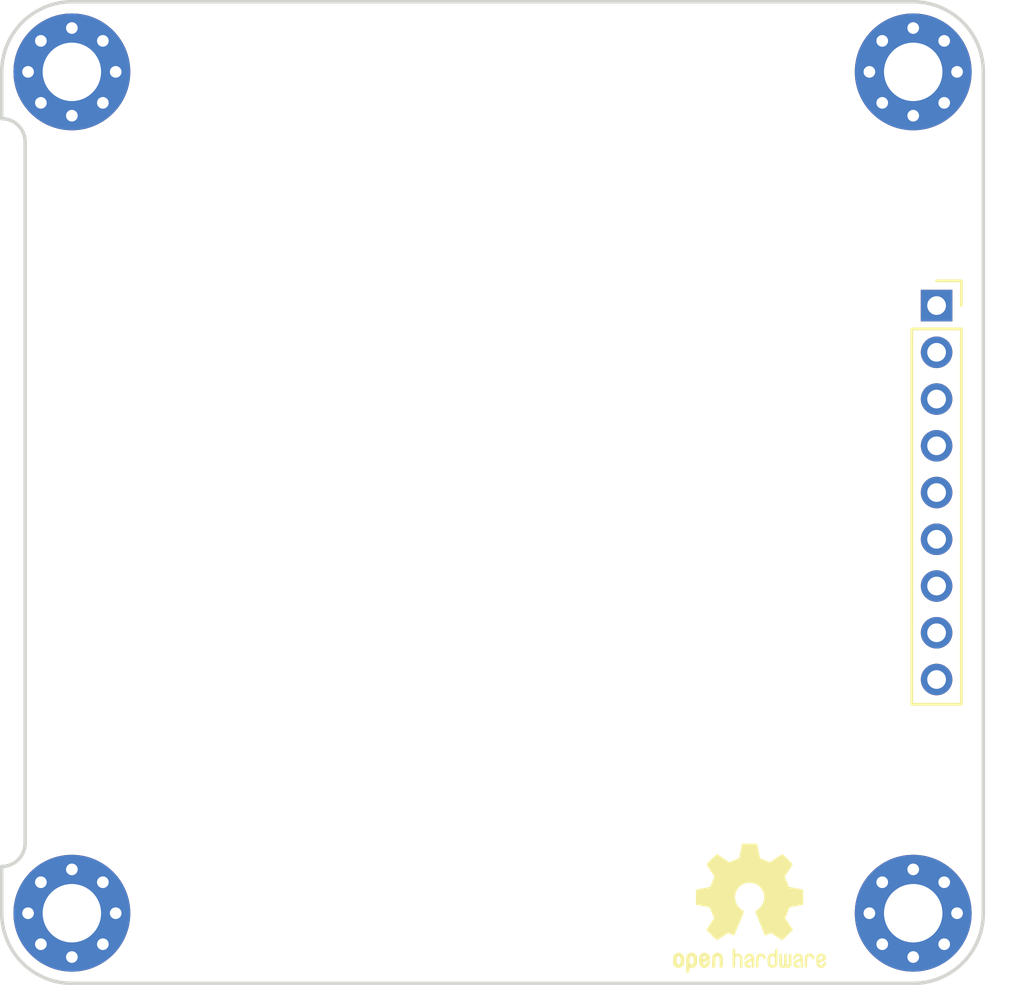
<source format=kicad_pcb>
(kicad_pcb (version 20240108) (generator "pcbnew") (generator_version "8.0")
  (layers (0 "F.Cu" signal) (31 "B.Cu" signal) (34 "B.Paste" user) (35 "F.Paste" user) (36 "B.SilkS" user "B.Silkscreen") (37 "F.SilkS" user "F.Silkscreen") (38 "B.Mask" user) (39 "F.Mask" user) (44 "Edge.Cuts" user))
  (net 0 "")
  (net 4 "GND")
  (footprint "Symbol:OSHW-Logo2_7.3x6mm_SilkScreen" (layer "F.Cu") (at 111.999 75.781)
    (property "Reference" "REF**" (hide yes))
    (property "Value" "OSHW-Logo2_7.3x6mm_SilkScreen" (hide yes))
    (fp_poly (pts (xy 2.6526 1.958752) (xy 2.669948 1.966334) (xy 2.711356 1.999128) (xy 2.746765 2.046547) (xy 2.768664 2.097151) (xy 2.772229 2.122098) (xy 2.760279 2.156927) (xy 2.734067 2.175357) (xy 2.705964 2.186516) (xy 2.693095 2.188572) (xy 2.686829 2.173649) (xy 2.674456 2.141175) (xy 2.669028 2.126502) (xy 2.63859 2.075744) (xy 2.59452 2.050427) (xy 2.53801 2.051206) (xy 2.533825 2.052203) (xy 2.503655 2.066507) (xy 2.481476 2.094393) (xy 2.466327 2.139287) (xy 2.45725 2.204615) (xy 2.453286 2.293804) (xy 2.452914 2.341261) (xy 2.45273 2.416071) (xy 2.451522 2.467069) (xy 2.448309 2.499471) (xy 2.442109 2.518495) (xy 2.43194 2.529356) (xy 2.416819 2.537272) (xy 2.415946 2.53767) (xy 2.386828 2.549981) (xy 2.372403 2.554514) (xy 2.370186 2.540809) (xy 2.368289 2.502925) (xy 2.366847 2.445715) (xy 2.365998 2.374027) (xy 2.365829 2.321565) (xy 2.366692 2.220047) (xy 2.37007 2.143032) (xy 2.377142 2.086023) (xy 2.389088 2.044526) (xy 2.40709 2.014043) (xy 2.432327 1.99008) (xy 2.457247 1.973355) (xy 2.517171 1.951097) (xy 2.586911 1.946076) (xy 2.6526 1.958752)) (stroke (width 0.01)) (fill solid) (layer "F.SilkS"))
    (fp_poly (pts (xy -1.283907 1.92778) (xy -1.237328 1.954723) (xy -1.204943 1.981466) (xy -1.181258 2.009484) (xy -1.164941 2.043748) (xy -1.154661 2.089227) (xy -1.149086 2.150892) (xy -1.146884 2.233711) (xy -1.146629 2.293246) (xy -1.146629 2.512391) (xy -1.208314 2.540044) (xy -1.27 2.567697) (xy -1.277257 2.32767) (xy -1.280256 2.238028) (xy -1.283402 2.172962) (xy -1.287299 2.128026) (xy -1.292553 2.09877) (xy -1.299769 2.080748) (xy -1.30955 2.069511) (xy -1.312688 2.067079) (xy -1.360239 2.048083) (xy -1.408303 2.0556) (xy -1.436914 2.075543) (xy -1.448553 2.089675) (xy -1.456609 2.10822) (xy -1.461729 2.136334) (xy -1.464559 2.179173) (xy -1.465744 2.241895) (xy -1.465943 2.307261) (xy -1.465982 2.389268) (xy -1.467386 2.447316) (xy -1.472086 2.486465) (xy -1.482013 2.51178) (xy -1.499097 2.528323) (xy -1.525268 2.541156) (xy -1.560225 2.554491) (xy -1.598404 2.569007) (xy -1.593859 2.311389) (xy -1.592029 2.218519) (xy -1.589888 2.149889) (xy -1.586819 2.100711) (xy -1.582206 2.066198) (xy -1.575432 2.041562) (xy -1.565881 2.022016) (xy -1.554366 2.00477) (xy -1.49881 1.94968) (xy -1.43102 1.917822) (xy -1.357287 1.910191) (xy -1.283907 1.92778)) (stroke (width 0.01)) (fill solid) (layer "F.SilkS"))
    (fp_poly (pts (xy 0.529926 1.949755) (xy 0.595858 1.974084) (xy 0.649273 2.017117) (xy 0.670164 2.047409) (xy 0.692939 2.102994) (xy 0.692466 2.143186) (xy 0.668562 2.170217) (xy 0.659717 2.174813) (xy 0.62153 2.189144) (xy 0.602028 2.185472) (xy 0.595422 2.161407) (xy 0.595086 2.148114) (xy 0.582992 2.09921) (xy 0.551471 2.064999) (xy 0.507659 2.048476) (xy 0.458695 2.052634) (xy 0.418894 2.074227) (xy 0.40545 2.086544) (xy 0.395921 2.101487) (xy 0.389485 2.124075) (xy 0.385317 2.159328) (xy 0.382597 2.212266) (xy 0.380502 2.287907) (xy 0.37996 2.311857) (xy 0.377981 2.39379) (xy 0.375731 2.451455) (xy 0.372357 2.489608) (xy 0.367006 2.513004) (xy 0.358824 2.526398) (xy 0.346959 2.534545) (xy 0.339362 2.538144) (xy 0.307102 2.550452) (xy 0.288111 2.554514) (xy 0.281836 2.540948) (xy 0.278006 2.499934) (xy 0.2766 2.430999) (xy 0.277598 2.333669) (xy 0.277908 2.318657) (xy 0.280101 2.229859) (xy 0.282693 2.165019) (xy 0.286382 2.119067) (xy 0.291864 2.086935) (xy 0.299835 2.063553) (xy 0.310993 2.043852) (xy 0.31683 2.03541) (xy 0.350296 1.998057) (xy 0.387727 1.969003) (xy 0.392309 1.966467) (xy 0.459426 1.946443) (xy 0.529926 1.949755)) (stroke (width 0.01)) (fill solid) (layer "F.SilkS"))
    (fp_poly (pts (xy -0.624114 1.851289) (xy -0.619861 1.910613) (xy -0.614975 1.945572) (xy -0.608205 1.96082) (xy -0.598298 1.961015) (xy -0.595086 1.959195) (xy -0.552356 1.946015) (xy -0.496773 1.946785) (xy -0.440263 1.960333) (xy -0.404918 1.977861) (xy -0.368679 2.005861) (xy -0.342187 2.037549) (xy -0.324001 2.077813) (xy -0.312678 2.131543) (xy -0.306778 2.203626) (xy -0.304857 2.298951) (xy -0.304823 2.317237) (xy -0.3048 2.522646) (xy -0.350509 2.53858) (xy -0.382973 2.54942) (xy -0.400785 2.554468) (xy -0.401309 2.554514) (xy -0.403063 2.540828) (xy -0.404556 2.503076) (xy -0.405674 2.446224) (xy -0.406303 2.375234) (xy -0.4064 2.332073) (xy -0.406602 2.246973) (xy -0.407642 2.185981) (xy -0.410169 2.144177) (xy -0.414836 2.116642) (xy -0.422293 2.098456) (xy -0.433189 2.084698) (xy -0.439993 2.078073) (xy -0.486728 2.051375) (xy -0.537728 2.049375) (xy -0.583999 2.071955) (xy -0.592556 2.080107) (xy -0.605107 2.095436) (xy -0.613812 2.113618) (xy -0.619369 2.139909) (xy -0.622474 2.179562) (xy -0.623824 2.237832) (xy -0.624114 2.318173) (xy -0.624114 2.522646) (xy -0.669823 2.53858) (xy -0.702287 2.54942) (xy -0.720099 2.554468) (xy -0.720623 2.554514) (xy -0.721963 2.540623) (xy -0.723172 2.501439) (xy -0.724199 2.4407) (xy -0.724998 2.362141) (xy -0.725519 2.269498) (xy -0.725714 2.166509) (xy -0.725714 1.769342) (xy -0.678543 1.749444) (xy -0.631371 1.729547) (xy -0.624114 1.851289)) (stroke (width 0.01)) (fill solid) (layer "F.SilkS"))
    (fp_poly (pts (xy 1.779833 1.958663) (xy 1.782048 1.99685) (xy 1.783784 2.054886) (xy 1.784899 2.12818) (xy 1.785257 2.205055) (xy 1.785257 2.465196) (xy 1.739326 2.511127) (xy 1.707675 2.539429) (xy 1.67989 2.550893) (xy 1.641915 2.550168) (xy 1.62684 2.548321) (xy 1.579726 2.542948) (xy 1.540756 2.539869) (xy 1.531257 2.539585) (xy 1.499233 2.541445) (xy 1.453432 2.546114) (xy 1.435674 2.548321) (xy 1.392057 2.551735) (xy 1.362745 2.54432) (xy 1.33368 2.521427) (xy 1.323188 2.511127) (xy 1.277257 2.465196) (xy 1.277257 1.978602) (xy 1.314226 1.961758) (xy 1.346059 1.949282) (xy 1.364683 1.944914) (xy 1.369458 1.958718) (xy 1.373921 1.997286) (xy 1.377775 2.056356) (xy 1.380722 2.131663) (xy 1.382143 2.195286) (xy 1.386114 2.445657) (xy 1.420759 2.450556) (xy 1.452268 2.447131) (xy 1.467708 2.436041) (xy 1.472023 2.415308) (xy 1.475708 2.371145) (xy 1.478469 2.309146) (xy 1.480012 2.234909) (xy 1.480235 2.196706) (xy 1.480457 1.976783) (xy 1.526166 1.960849) (xy 1.558518 1.950015) (xy 1.576115 1.944962) (xy 1.576623 1.944914) (xy 1.578388 1.958648) (xy 1.580329 1.99673) (xy 1.582282 2.054482) (xy 1.584084 2.127227) (xy 1.585343 2.195286) (xy 1.589314 2.445657) (xy 1.6764 2.445657) (xy 1.680396 2.21724) (xy 1.684392 1.988822) (xy 1.726847 1.966868) (xy 1.758192 1.951793) (xy 1.776744 1.944951) (xy 1.777279 1.944914) (xy 1.779833 1.958663)) (stroke (width 0.01)) (fill solid) (layer "F.SilkS"))
    (fp_poly (pts (xy -2.958885 1.921962) (xy -2.890855 1.957733) (xy -2.840649 2.015301) (xy -2.822815 2.052312) (xy -2.808937 2.107882) (xy -2.801833 2.178096) (xy -2.80116 2.254727) (xy -2.806573 2.329552) (xy -2.81773 2.394342) (xy -2.834286 2.440873) (xy -2.839374 2.448887) (xy -2.899645 2.508707) (xy -2.971231 2.544535) (xy -3.048908 2.55502) (xy -3.127452 2.53881) (xy -3.149311 2.529092) (xy -3.191878 2.499143) (xy -3.229237 2.459433) (xy -3.232768 2.454397) (xy -3.247119 2.430124) (xy -3.256606 2.404178) (xy -3.26221 2.370022) (xy -3.264914 2.321119) (xy -3.265701 2.250935) (xy -3.265714 2.2352) (xy -3.265678 2.230192) (xy -3.120571 2.230192) (xy -3.119727 2.29643) (xy -3.116404 2.340386) (xy -3.109417 2.368779) (xy -3.097584 2.388325) (xy -3.091543 2.394857) (xy -3.056814 2.41968) (xy -3.023097 2.418548) (xy -2.989005 2.397016) (xy -2.968671 2.374029) (xy -2.956629 2.340478) (xy -2.949866 2.287569) (xy -2.949402 2.281399) (xy -2.948248 2.185513) (xy -2.960312 2.114299) (xy -2.98543 2.068194) (xy -3.02344 2.047635) (xy -3.037008 2.046514) (xy -3.072636 2.052152) (xy -3.097006 2.071686) (xy -3.111907 2.109042) (xy -3.119125 2.16815) (xy -3.120571 2.230192) (xy -3.265678 2.230192) (xy -3.265174 2.160413) (xy -3.262904 2.108159) (xy -3.257932 2.071949) (xy -3.249287 2.045299) (xy -3.235995 2.021722) (xy -3.233057 2.017338) (xy -3.183687 1.958249) (xy -3.129891 1.923947) (xy -3.064398 1.910331) (xy -3.042158 1.909665) (xy -2.958885 1.921962)) (stroke (width 0.01)) (fill solid) (layer "F.SilkS"))
    (fp_poly (pts (xy 3.153595 1.966966) (xy 3.211021 2.004497) (xy 3.238719 2.038096) (xy 3.260662 2.099064) (xy 3.262405 2.147308) (xy 3.258457 2.211816) (xy 3.109686 2.276934) (xy 3.037349 2.310202) (xy 2.990084 2.336964) (xy 2.965507 2.360144) (xy 2.961237 2.382667) (xy 2.974889 2.407455) (xy 2.989943 2.423886) (xy 3.033746 2.450235) (xy 3.081389 2.452081) (xy 3.125145 2.431546) (xy 3.157289 2.390752) (xy 3.163038 2.376347) (xy 3.190576 2.331356) (xy 3.222258 2.312182) (xy 3.265714 2.295779) (xy 3.265714 2.357966) (xy 3.261872 2.400283) (xy 3.246823 2.435969) (xy 3.21528 2.476943) (xy 3.210592 2.482267) (xy 3.175506 2.51872) (xy 3.145347 2.538283) (xy 3.107615 2.547283) (xy 3.076335 2.55023) (xy 3.020385 2.550965) (xy 2.980555 2.54166) (xy 2.955708 2.527846) (xy 2.916656 2.497467) (xy 2.889625 2.464613) (xy 2.872517 2.423294) (xy 2.863238 2.367521) (xy 2.859693 2.291305) (xy 2.85941 2.252622) (xy 2.860372 2.206247) (xy 2.948007 2.206247) (xy 2.949023 2.231126) (xy 2.951556 2.2352) (xy 2.968274 2.229665) (xy 3.004249 2.215017) (xy 3.052331 2.19419) (xy 3.062386 2.189714) (xy 3.123152 2.158814) (xy 3.156632 2.131657) (xy 3.16399 2.10622) (xy 3.146391 2.080481) (xy 3.131856 2.069109) (xy 3.07941 2.046364) (xy 3.030322 2.050122) (xy 2.989227 2.077884) (xy 2.960758 2.127152) (xy 2.951631 2.166257) (xy 2.948007 2.206247) (xy 2.860372 2.206247) (xy 2.861285 2.162249) (xy 2.868196 2.095384) (xy 2.881884 2.046695) (xy 2.904096 2.010849) (xy 2.936574 1.982513) (xy 2.950733 1.973355) (xy 3.015053 1.949507) (xy 3.085473 1.948006) (xy 3.153595 1.966966)) (stroke (width 0.01)) (fill solid) (layer "F.SilkS"))
    (fp_poly (pts (xy 1.190117 2.065358) (xy 1.189933 2.173837) (xy 1.189219 2.257287) (xy 1.187675 2.319704) (xy 1.185001 2.365085) (xy 1.180894 2.397429) (xy 1.175055 2.420733) (xy 1.167182 2.438995) (xy 1.161221 2.449418) (xy 1.111855 2.505945) (xy 1.049264 2.541377) (xy 0.980013 2.55409) (xy 0.910668 2.542463) (xy 0.869375 2.521568) (xy 0.826025 2.485422) (xy 0.796481 2.441276) (xy 0.778655 2.383462) (xy 0.770463 2.306313) (xy 0.769302 2.249714) (xy 0.769458 2.245647) (xy 0.870857 2.245647) (xy 0.871476 2.31055) (xy 0.874314 2.353514) (xy 0.88084 2.381622) (xy 0.892523 2.401953) (xy 0.906483 2.417288) (xy 0.953365 2.44689) (xy 1.003701 2.449419) (xy 1.051276 2.424705) (xy 1.054979 2.421356) (xy 1.070783 2.403935) (xy 1.080693 2.383209) (xy 1.086058 2.352362) (xy 1.088228 2.304577) (xy 1.088571 2.251748) (xy 1.087827 2.185381) (xy 1.084748 2.141106) (xy 1.078061 2.112009) (xy 1.066496 2.091173) (xy 1.057013 2.080107) (xy 1.01296 2.052198) (xy 0.962224 2.048843) (xy 0.913796 2.070159) (xy 0.90445 2.078073) (xy 0.88854 2.095647) (xy 0.87861 2.116587) (xy 0.873278 2.147782) (xy 0.871163 2.196122) (xy 0.870857 2.245647) (xy 0.769458 2.245647) (xy 0.77281 2.158568) (xy 0.784726 2.090086) (xy 0.807135 2.0386) (xy 0.842124 1.998443) (xy 0.869375 1.977861) (xy 0.918907 1.955625) (xy 0.976316 1.945304) (xy 1.029682 1.948067) (xy 1.059543 1.959212) (xy 1.071261 1.962383) (xy 1.079037 1.950557) (xy 1.084465 1.918866) (xy 1.088571 1.870593) (xy 1.093067 1.816829) (xy 1.099313 1.784482) (xy 1.110676 1.765985) (xy 1.130528 1.75377) (xy 1.143 1.748362) (xy 1.190171 1.728601) (xy 1.190117 2.065358)) (stroke (width 0.01)) (fill solid) (layer "F.SilkS"))
    (fp_poly (pts (xy -1.831697 1.931239) (xy -1.774473 1.969735) (xy -1.730251 2.025335) (xy -1.703833 2.096086) (xy -1.69849 2.148162) (xy -1.699097 2.169893) (xy -1.704178 2.186531) (xy -1.718145 2.201437) (xy -1.745411 2.217973) (xy -1.790388 2.239498) (xy -1.857489 2.269374) (xy -1.857829 2.269524) (xy -1.919593 2.297813) (xy -1.970241 2.322933) (xy -2.004596 2.342179) (xy -2.017482 2.352848) (xy -2.017486 2.352934) (xy -2.006128 2.376166) (xy -1.979569 2.401774) (xy -1.949077 2.420221) (xy -1.93363 2.423886) (xy -1.891485 2.411212) (xy -1.855192 2.379471) (xy -1.837483 2.344572) (xy -1.820448 2.318845) (xy -1.787078 2.289546) (xy -1.747851 2.264235) (xy -1.713244 2.250471) (xy -1.706007 2.249714) (xy -1.697861 2.26216) (xy -1.69737 2.293972) (xy -1.703357 2.336866) (xy -1.714643 2.382558) (xy -1.73005 2.422761) (xy -1.730829 2.424322) (xy -1.777196 2.489062) (xy -1.837289 2.533097) (xy -1.905535 2.554711) (xy -1.976362 2.552185) (xy -2.044196 2.523804) (xy -2.047212 2.521808) (xy -2.100573 2.473448) (xy -2.13566 2.410352) (xy -2.155078 2.327387) (xy -2.157684 2.304078) (xy -2.162299 2.194055) (xy -2.156767 2.142748) (xy -2.017486 2.142748) (xy -2.015676 2.174753) (xy -2.005778 2.184093) (xy -1.981102 2.177105) (xy -1.942205 2.160587) (xy -1.898725 2.139881) (xy -1.897644 2.139333) (xy -1.860791 2.119949) (xy -1.846 2.107013) (xy -1.849647 2.093451) (xy -1.865005 2.075632) (xy -1.904077 2.049845) (xy -1.946154 2.04795) (xy -1.983897 2.066717) (xy -2.009966 2.102915) (xy -2.017486 2.142748) (xy -2.156767 2.142748) (xy -2.152806 2.106027) (xy -2.12845 2.036212) (xy -2.094544 1.987302) (xy -2.033347 1.937878) (xy -1.965937 1.913359) (xy -1.89712 1.911797) (xy -1.831697 1.931239)) (stroke (width 0.01)) (fill solid) (layer "F.SilkS"))
    (fp_poly (pts (xy 0.039744 1.950968) (xy 0.096616 1.972087) (xy 0.097267 1.972493) (xy 0.13244 1.99838) (xy 0.158407 2.028633) (xy 0.17667 2.068058) (xy 0.188732 2.121462) (xy 0.196096 2.193651) (xy 0.200264 2.289432) (xy 0.200629 2.303078) (xy 0.205876 2.508842) (xy 0.161716 2.531678) (xy 0.129763 2.54711) (xy 0.11047 2.554423) (xy 0.109578 2.554514) (xy 0.106239 2.541022) (xy 0.103587 2.504626) (xy 0.101956 2.451452) (xy 0.1016 2.408393) (xy 0.101592 2.338641) (xy 0.098403 2.294837) (xy 0.087288 2.273944) (xy 0.063501 2.272925) (xy 0.022296 2.288741) (xy -0.039914 2.317815) (xy -0.085659 2.341963) (xy -0.109187 2.362913) (xy -0.116104 2.385747) (xy -0.116114 2.386877) (xy -0.104701 2.426212) (xy -0.070908 2.447462) (xy -0.019191 2.450539) (xy 0.018061 2.450006) (xy 0.037703 2.460735) (xy 0.049952 2.486505) (xy 0.057002 2.519337) (xy 0.046842 2.537966) (xy 0.043017 2.540632) (xy 0.007001 2.55134) (xy -0.043434 2.552856) (xy -0.095374 2.545759) (xy -0.132178 2.532788) (xy -0.183062 2.489585) (xy -0.211986 2.429446) (xy -0.217714 2.382462) (xy -0.213343 2.340082) (xy -0.197525 2.305488) (xy -0.166203 2.274763) (xy -0.115322 2.24399) (xy -0.040824 2.209252) (xy -0.036286 2.207288) (xy 0.030821 2.176287) (xy 0.072232 2.150862) (xy 0.089981 2.128014) (xy 0.086107 2.104745) (xy 0.062643 2.078056) (xy 0.055627 2.071914) (xy 0.00863 2.0481) (xy -0.040067 2.049103) (xy -0.082478 2.072451) (xy -0.110616 2.115675) (xy -0.113231 2.12416) (xy -0.138692 2.165308) (xy -0.170999 2.185128) (xy -0.217714 2.20477) (xy -0.217714 2.15395) (xy -0.203504 2.080082) (xy -0.161325 2.012327) (xy -0.139376 1.989661) (xy -0.089483 1.960569) (xy -0.026033 1.9474) (xy 0.039744 1.950968)) (stroke (width 0.01)) (fill solid) (layer "F.SilkS"))
    (fp_poly (pts (xy -2.400256 1.919918) (xy -2.344799 1.947568) (xy -2.295852 1.99848) (xy -2.282371 2.017338) (xy -2.267686 2.042015) (xy -2.258158 2.068816) (xy -2.252707 2.104587) (xy -2.250253 2.156169) (xy -2.249714 2.224267) (xy -2.252148 2.317588) (xy -2.260606 2.387657) (xy -2.276826 2.439931) (xy -2.302546 2.479869) (xy -2.339503 2.512929) (xy -2.342218 2.514886) (xy -2.37864 2.534908) (xy -2.422498 2.544815) (xy -2.478276 2.547257) (xy -2.568952 2.547257) (xy -2.56899 2.635283) (xy -2.569834 2.684308) (xy -2.574976 2.713065) (xy -2.588413 2.730311) (xy -2.614142 2.744808) (xy -2.620321 2.747769) (xy -2.649236 2.761648) (xy -2.671624 2.770414) (xy -2.688271 2.771171) (xy -2.699964 2.761023) (xy -2.70749 2.737073) (xy -2.711634 2.696426) (xy -2.713185 2.636186) (xy -2.712929 2.553455) (xy -2.711651 2.445339) (xy -2.711252 2.413) (xy -2.709815 2.301524) (xy -2.708528 2.228603) (xy -2.569029 2.228603) (xy -2.568245 2.290499) (xy -2.56476 2.330997) (xy -2.556876 2.357708) (xy -2.542895 2.378244) (xy -2.533403 2.38826) (xy -2.494596 2.417567) (xy -2.460237 2.419952) (xy -2.424784 2.39575) (xy -2.423886 2.394857) (xy -2.409461 2.376153) (xy -2.400687 2.350732) (xy -2.396261 2.311584) (xy -2.394882 2.251697) (xy -2.394857 2.23843) (xy -2.398188 2.155901) (xy -2.409031 2.098691) (xy -2.42866 2.063766) (xy -2.45835 2.048094) (xy -2.475509 2.046514) (xy -2.516234 2.053926) (xy -2.544168 2.07833) (xy -2.560983 2.12298) (xy -2.56835 2.19113) (xy -2.569029 2.228603) (xy -2.708528 2.228603) (xy -2.708292 2.215245) (xy -2.706323 2.150333) (xy -2.70355 2.102958) (xy -2.699612 2.06929) (xy -2.694151 2.045498) (xy -2.686808 2.027753) (xy -2.677223 2.012224) (xy -2.673113 2.006381) (xy -2.618595 1.951185) (xy -2.549664 1.91989) (xy -2.469928 1.911165) (xy -2.400256 1.919918)) (stroke (width 0.01)) (fill solid) (layer "F.SilkS"))
    (fp_poly (pts (xy 2.144876 1.956335) (xy 2.186667 1.975344) (xy 2.219469 1.998378) (xy 2.243503 2.024133) (xy 2.260097 2.057358) (xy 2.270577 2.1028) (xy 2.276271 2.165207) (xy 2.278507 2.249327) (xy 2.278743 2.304721) (xy 2.278743 2.520826) (xy 2.241774 2.53767) (xy 2.212656 2.549981) (xy 2.198231 2.554514) (xy 2.195472 2.541025) (xy 2.193282 2.504653) (xy 2.191942 2.451542) (xy 2.191657 2.409372) (xy 2.190434 2.348447) (xy 2.187136 2.300115) (xy 2.182321 2.270518) (xy 2.178496 2.264229) (xy 2.152783 2.270652) (xy 2.112418 2.287125) (xy 2.065679 2.309458) (xy 2.020845 2.333457) (xy 1.986193 2.35493) (xy 1.970002 2.369685) (xy 1.969938 2.369845) (xy 1.97133 2.397152) (xy 1.983818 2.423219) (xy 2.005743 2.444392) (xy 2.037743 2.451474) (xy 2.065092 2.450649) (xy 2.103826 2.450042) (xy 2.124158 2.459116) (xy 2.136369 2.483092) (xy 2.137909 2.487613) (xy 2.143203 2.521806) (xy 2.129047 2.542568) (xy 2.092148 2.552462) (xy 2.052289 2.554292) (xy 1.980562 2.540727) (xy 1.943432 2.521355) (xy 1.897576 2.475845) (xy 1.873256 2.419983) (xy 1.871073 2.360957) (xy 1.891629 2.305953) (xy 1.922549 2.271486) (xy 1.95342 2.252189) (xy 2.001942 2.227759) (xy 2.058485 2.202985) (xy 2.06791 2.199199) (xy 2.130019 2.171791) (xy 2.165822 2.147634) (xy 2.177337 2.123619) (xy 2.16658 2.096635) (xy 2.148114 2.075543) (xy 2.104469 2.049572) (xy 2.056446 2.047624) (xy 2.012406 2.067637) (xy 1.980709 2.107551) (xy 1.976549 2.117848) (xy 1.952327 2.155724) (xy 1.916965 2.183842) (xy 1.872343 2.206917) (xy 1.872343 2.141485) (xy 1.874969 2.101506) (xy 1.88623 2.069997) (xy 1.911199 2.036378) (xy 1.935169 2.010484) (xy 1.972441 1.973817) (xy 2.001401 1.954121) (xy 2.032505 1.94622) (xy 2.067713 1.944914) (xy 2.144876 1.956335)) (stroke (width 0.01)) (fill solid) (layer "F.SilkS"))
    (fp_poly (pts (xy 0.10391 -2.757652) (xy 0.182454 -2.757222) (xy 0.239298 -2.756058) (xy 0.278105 -2.753793) (xy 0.302538 -2.75006) (xy 0.316262 -2.744494) (xy 0.32294 -2.736727) (xy 0.326236 -2.726395) (xy 0.326556 -2.725057) (xy 0.331562 -2.700921) (xy 0.340829 -2.653299) (xy 0.353392 -2.587259) (xy 0.368287 -2.507872) (xy 0.384551 -2.420204) (xy 0.385119 -2.417125) (xy 0.40141 -2.331211) (xy 0.416652 -2.255304) (xy 0.429861 -2.193955) (xy 0.440054 -2.151718) (xy 0.446248 -2.133145) (xy 0.446543 -2.132816) (xy 0.464788 -2.123747) (xy 0.502405 -2.108633) (xy 0.551271 -2.090738) (xy 0.551543 -2.090642) (xy 0.613093 -2.067507) (xy 0.685657 -2.038035) (xy 0.754057 -2.008403) (xy 0.757294 -2.006938) (xy 0.868702 -1.956374) (xy 1.115399 -2.12484) (xy 1.191077 -2.176197) (xy 1.259631 -2.222111) (xy 1.317088 -2.25997) (xy 1.359476 -2.287163) (xy 1.382825 -2.301079) (xy 1.385042 -2.302111) (xy 1.40201 -2.297516) (xy 1.433701 -2.275345) (xy 1.481352 -2.234553) (xy 1.546198 -2.174095) (xy 1.612397 -2.109773) (xy 1.676214 -2.046388) (xy 1.733329 -1.988549) (xy 1.780305 -1.939825) (xy 1.813703 -1.90379) (xy 1.830085 -1.884016) (xy 1.830694 -1.882998) (xy 1.832505 -1.869428) (xy 1.825683 -1.847267) (xy 1.80854 -1.813522) (xy 1.779393 -1.7652) (xy 1.736555 -1.699308) (xy 1.679448 -1.614483) (xy 1.628766 -1.539823) (xy 1.583461 -1.47286) (xy 1.54615 -1.417484) (xy 1.519452 -1.37758) (xy 1.505985 -1.357038) (xy 1.505137 -1.355644) (xy 1.506781 -1.335962) (xy 1.519245 -1.297707) (xy 1.540048 -1.248111) (xy 1.547462 -1.232272) (xy 1.579814 -1.16171) (xy 1.614328 -1.081647) (xy 1.642365 -1.012371) (xy 1.662568 -0.960955) (xy 1.678615 -0.921881) (xy 1.687888 -0.901459) (xy 1.689041 -0.899886) (xy 1.706096 -0.897279) (xy 1.746298 -0.890137) (xy 1.804302 -0.879477) (xy 1.874763 -0.866315) (xy 1.952335 -0.851667) (xy 2.031672 -0.836551) (xy 2.107431 -0.821982) (xy 2.174264 -0.808978) (xy 2.226828 -0.798555) (xy 2.259776 -0.79173) (xy 2.267857 -0.789801) (xy 2.276205 -0.785038) (xy 2.282506 -0.774282) (xy 2.287045 -0.753902) (xy 2.290104 -0.720266) (xy 2.291967 -0.669745) (xy 2.292918 -0.598708) (xy 2.29324 -0.503524) (xy 2.293257 -0.464508) (xy 2.293257 -0.147201) (xy 2.217057 -0.132161) (xy 2.174663 -0.124005) (xy 2.1114 -0.112101) (xy 2.034962 -0.097884) (xy 1.953043 -0.08279) (xy 1.9304 -0.078645) (xy 1.854806 -0.063947) (xy 1.788953 -0.049495) (xy 1.738366 -0.036625) (xy 1.708574 -0.026678) (xy 1.703612 -0.023713) (xy 1.691426 -0.002717) (xy 1.673953 0.037967) (xy 1.654577 0.090322) (xy 1.650734 0.1016) (xy 1.625339 0.171523) (xy 1.593817 0.250418) (xy 1.562969 0.321266) (xy 1.562817 0.321595) (xy 1.511447 0.432733) (xy 1.680399 0.681253) (xy 1.849352 0.929772) (xy 1.632429 1.147058) (xy 1.566819 1.211726) (xy 1.506979 1.268733) (xy 1.456267 1.315033) (xy 1.418046 1.347584) (xy 1.395675 1.363343) (xy 1.392466 1.364343) (xy 1.373626 1.356469) (xy 1.33518 1.334578) (xy 1.28133 1.301267) (xy 1.216276 1.259131) (xy 1.14594 1.211943) (xy 1.074555 1.16381) (xy 1.010908 1.121928) (xy 0.959041 1.088871) (xy 0.922995 1.067218) (xy 0.906867 1.059543) (xy 0.887189 1.066037) (xy 0.849875 1.08315) (xy 0.802621 1.107326) (xy 0.797612 1.110013) (xy 0.733977 1.141927) (xy 0.690341 1.157579) (xy 0.663202 1.157745) (xy 0.649057 1.143204) (xy 0.648975 1.143) (xy 0.641905 1.125779) (xy 0.625042 1.084899) (xy 0.599695 1.023525) (xy 0.567171 0.944819) (xy 0.528778 0.851947) (xy 0.485822 0.748072) (xy 0.444222 0.647502) (xy 0.398504 0.536516) (xy 0.356526 0.433703) (xy 0.319548 0.342215) (xy 0.288827 0.265201) (xy 0.265622 0.205815) (xy 0.25119 0.167209) (xy 0.246743 0.1528) (xy 0.257896 0.136272) (xy 0.287069 0.10993) (xy 0.325971 0.080887) (xy 0.436757 -0.010961) (xy 0.523351 -0.116241) (xy 0.584716 -0.232734) (xy 0.619815 -0.358224) (xy 0.627608 -0.490493) (xy 0.621943 -0.551543) (xy 0.591078 -0.678205) (xy 0.53792 -0.790059) (xy 0.465767 -0.885999) (xy 0.377917 -0.964924) (xy 0.277665 -1.02573) (xy 0.16831 -1.067313) (xy 0.053147 -1.088572) (xy -0.064525 -1.088401) (xy -0.18141 -1.065699) (xy -0.294211 -1.019362) (xy -0.399631 -0.948287) (xy -0.443632 -0.908089) (xy -0.528021 -0.804871) (xy -0.586778 -0.692075) (xy -0.620296 -0.57299) (xy -0.628965 -0.450905) (xy -0.613177 -0.329107) (xy -0.573322 -0.210884) (xy -0.509793 -0.099525) (xy -0.422979 0.001684) (xy -0.325971 0.080887) (xy -0.285563 0.111162) (xy -0.257018 0.137219) (xy -0.246743 0.152825) (xy -0.252123 0.169843) (xy -0.267425 0.2105) (xy -0.291388 0.271642) (xy -0.322756 0.350119) (xy -0.360268 0.44278) (xy -0.402667 0.546472) (xy -0.444337 0.647526) (xy -0.49031 0.758607) (xy -0.532893 0.861541) (xy -0.570779 0.953165) (xy -0.60266 1.030316) (xy -0.627229 1.089831) (xy -0.64318 1.128544) (xy -0.64909 1.143) (xy -0.663052 1.157685) (xy -0.69006 1.157642) (xy -0.733587 1.142099) (xy -0.79711 1.110284) (xy -0.797612 1.110013) (xy -0.84544 1.085323) (xy -0.884103 1.067338) (xy -0.905905 1.059614) (xy -0.906867 1.059543) (xy -0.923279 1.067378) (xy -0.959513 1.089165) (xy -1.011526 1.122328) (xy -1.075275 1.164291) (xy -1.14594 1.211943) (xy -1.217884 1.260191) (xy -1.282726 1.302151) (xy -1.336265 1.335227) (xy -1.374303 1.356821) (xy -1.392467 1.364343) (xy -1.409192 1.354457) (xy -1.44282 1.326826) (xy -1.48999 1.284495) (xy -1.547342 1.230505) (xy -1.611516 1.167899) (xy -1.632503 1.146983) (xy -1.849501 0.929623) (xy -1.684332 0.68722) (xy -1.634136 0.612781) (xy -1.590081 0.545972) (xy -1.554638 0.490665) (xy -1.530281 0.450729) (xy -1.519478 0.430036) (xy -1.519162 0.428563) (xy -1.524857 0.409058) (xy -1.540174 0.369822) (xy -1.562463 0.31743) (xy -1.578107 0.282355) (xy -1.607359 0.215201) (xy -1.634906 0.147358) (xy -1.656263 0.090034) (xy -1.662065 0.072572) (xy -1.678548 0.025938) (xy -1.69466 -0.010095) (xy -1.70351 -0.023713) (xy -1.72304 -0.032048) (xy -1.765666 -0.043863) (xy -1.825855 -0.057819) (xy -1.898078 -0.072578) (xy -1.9304 -0.078645) (xy -2.012478 -0.093727) (xy -2.091205 -0.108331) (xy -2.158891 -0.12102) (xy -2.20784 -0.130358) (xy -2.217057 -0.132161) (xy -2.293257 -0.147201) (xy -2.293257 -0.464508) (xy -2.293086 -0.568846) (xy -2.292384 -0.647787) (xy -2.290866 -0.704962) (xy -2.288251 -0.744001) (xy -2.284254 -0.768535) (xy -2.278591 -0.782195) (xy -2.27098 -0.788611) (xy -2.267857 -0.789801) (xy -2.249022 -0.79402) (xy -2.207412 -0.802438) (xy -2.14837 -0.814039) (xy -2.077243 -0.827805) (xy -1.999375 -0.84272) (xy -1.920113 -0.857768) (xy -1.844802 -0.871931) (xy -1.778787 -0.884194) (xy -1.727413 -0.893539) (xy -1.696025 -0.89895) (xy -1.689041 -0.899886) (xy -1.682715 -0.912404) (xy -1.66871 -0.945754) (xy -1.649645 -0.993623) (xy -1.642366 -1.012371) (xy -1.613004 -1.084805) (xy -1.578429 -1.16483) (xy -1.547463 -1.232272) (xy -1.524677 -1.283841) (xy -1.509518 -1.326215) (xy -1.504458 -1.352166) (xy -1.505264 -1.355644) (xy -1.515959 -1.372064) (xy -1.54038 -1.408583) (xy -1.575905 -1.461313) (xy -1.619913 -1.526365) (xy -1.669783 -1.599849) (xy -1.679644 -1.614355) (xy -1.737508 -1.700296) (xy -1.780044 -1.765739) (xy -1.808946 -1.813696) (xy -1.82591 -1.84718) (xy -1.832633 -1.869205) (xy -1.83081 -1.882783) (xy -1.830764 -1.882869) (xy -1.816414 -1.900703) (xy -1.784677 -1.935183) (xy -1.73899 -1.982732) (xy -1.682796 -2.039778) (xy -1.619532 -2.102745) (xy -1.612398 -2.109773) (xy -1.53267 -2.18698) (xy -1.471143 -2.24367) (xy -1.426579 -2.28089) (xy -1.397743 -2.299685) (xy -1.385042 -2.302111) (xy -1.366506 -2.291529) (xy -1.328039 -2.267084) (xy -1.273614 -2.231388) (xy -1.207202 -2.187053) (xy -1.132775 -2.136689) (xy -1.115399 -2.12484) (xy -0.868703 -1.956374) (xy -0.757294 -2.006938) (xy -0.689543 -2.036405) (xy -0.616817 -2.066041) (xy -0.554297 -2.08967) (xy -0.551543 -2.090642) (xy -0.50264 -2.108543) (xy -0.464943 -2.12368) (xy -0.446575 -2.13279) (xy -0.446544 -2.132816) (xy -0.440715 -2.149283) (xy -0.430808 -2.189781) (xy -0.417805 -2.249758) (xy -0.402691 -2.32466) (xy -0.386448 -2.409936) (xy -0.385119 -2.417125) (xy -0.368825 -2.504986) (xy -0.353867 -2.58474) (xy -0.341209 -2.651319) (xy -0.331814 -2.699653) (xy -0.326646 -2.724675) (xy -0.326556 -2.725057) (xy -0.323411 -2.735701) (xy -0.317296 -2.743738) (xy -0.304547 -2.749533) (xy -0.2815 -2.753453) (xy -0.244491 -2.755865) (xy -0.189856 -2.757135) (xy -0.113933 -2.757629) (xy -0.013056 -2.757714) (xy 0 -2.757714) (xy 0.10391 -2.757652)) (stroke (width 0.01)) (fill solid) (layer "F.SilkS"))
  )
  (footprint "MountingHole:MountingHole_2.5mm_Pad_Via" (layer "F.Cu") (at 119 40)
    (property "Reference" "H1" (hide yes))
    (property "Value" "PQ9-Mount" (hide yes))
    (pad "1" thru_hole circle (at -1.875 0) (size 0.8 0.8) (drill 0.5) (layers "*.Cu" "*.Mask"))
    (pad "1" thru_hole circle (at -1.325825 -1.325825) (size 0.8 0.8) (drill 0.5) (layers "*.Cu" "*.Mask"))
    (pad "1" thru_hole circle (at -1.325825 1.325825) (size 0.8 0.8) (drill 0.5) (layers "*.Cu" "*.Mask"))
    (pad "1" thru_hole circle (at 0 -1.875) (size 0.8 0.8) (drill 0.5) (layers "*.Cu" "*.Mask"))
    (pad "1" thru_hole circle (at 0 0) (size 5 5) (drill 2.5) (layers "*.Cu" "*.Mask"))
    (pad "1" thru_hole circle (at 0 1.875) (size 0.8 0.8) (drill 0.5) (layers "*.Cu" "*.Mask"))
    (pad "1" thru_hole circle (at 1.325825 -1.325825) (size 0.8 0.8) (drill 0.5) (layers "*.Cu" "*.Mask"))
    (pad "1" thru_hole circle (at 1.325825 1.325825) (size 0.8 0.8) (drill 0.5) (layers "*.Cu" "*.Mask"))
    (pad "1" thru_hole circle (at 1.875 0) (size 0.8 0.8) (drill 0.5) (layers "*.Cu" "*.Mask"))
  )
  (footprint "MountingHole:MountingHole_2.5mm_Pad_Via" (layer "F.Cu") (at 83 40)
    (property "Reference" "H2" (hide yes))
    (property "Value" "PQ9-Mount" (hide yes))
    (pad "1" thru_hole circle (at -1.875 0) (size 0.8 0.8) (drill 0.5) (layers "*.Cu" "*.Mask"))
    (pad "1" thru_hole circle (at -1.325825 -1.325825) (size 0.8 0.8) (drill 0.5) (layers "*.Cu" "*.Mask"))
    (pad "1" thru_hole circle (at -1.325825 1.325825) (size 0.8 0.8) (drill 0.5) (layers "*.Cu" "*.Mask"))
    (pad "1" thru_hole circle (at 0 -1.875) (size 0.8 0.8) (drill 0.5) (layers "*.Cu" "*.Mask"))
    (pad "1" thru_hole circle (at 0 0) (size 5 5) (drill 2.5) (layers "*.Cu" "*.Mask"))
    (pad "1" thru_hole circle (at 0 1.875) (size 0.8 0.8) (drill 0.5) (layers "*.Cu" "*.Mask"))
    (pad "1" thru_hole circle (at 1.325825 -1.325825) (size 0.8 0.8) (drill 0.5) (layers "*.Cu" "*.Mask"))
    (pad "1" thru_hole circle (at 1.325825 1.325825) (size 0.8 0.8) (drill 0.5) (layers "*.Cu" "*.Mask"))
    (pad "1" thru_hole circle (at 1.875 0) (size 0.8 0.8) (drill 0.5) (layers "*.Cu" "*.Mask"))
  )
  (footprint "Connector_PinSocket_2.00mm:PinSocket_1x09_P2.00mm_Vertical" (layer "F.Cu") (at 120 50)
    (property "Reference" "J1" (hide yes))
    (property "Value" "PQ9ISH-Connector")
    (fp_line (start -1.06 1) (end -1.06 17.06) (stroke (width 0.12)) (layer "F.SilkS"))
    (fp_line (start -1.06 1) (end 1.06 1) (stroke (width 0.12)) (layer "F.SilkS"))
    (fp_line (start -1.06 17.06) (end 1.06 17.06) (stroke (width 0.12)) (layer "F.SilkS"))
    (fp_line (start 0 -1.06) (end 1.06 -1.06) (stroke (width 0.12)) (layer "F.SilkS"))
    (fp_line (start 1.06 -1.06) (end 1.06 0) (stroke (width 0.12)) (layer "F.SilkS"))
    (fp_line (start 1.06 1) (end 1.06 17.06) (stroke (width 0.12)) (layer "F.SilkS"))
    (pad "1" thru_hole rect (at 0 0) (size 1.35 1.35) (drill 0.8) (layers "*.Cu" "*.Mask"))
    (pad "2" thru_hole oval (at 0 2) (size 1.35 1.35) (drill 0.8) (layers "*.Cu" "*.Mask"))
    (pad "3" thru_hole oval (at 0 4) (size 1.35 1.35) (drill 0.8) (layers "*.Cu" "*.Mask"))
    (pad "4" thru_hole oval (at 0 6) (size 1.35 1.35) (drill 0.8) (layers "*.Cu" "*.Mask") (net 4 "GND"))
    (pad "5" thru_hole oval (at 0 8) (size 1.35 1.35) (drill 0.8) (layers "*.Cu" "*.Mask"))
    (pad "6" thru_hole oval (at 0 10) (size 1.35 1.35) (drill 0.8) (layers "*.Cu" "*.Mask"))
    (pad "7" thru_hole oval (at 0 12) (size 1.35 1.35) (drill 0.8) (layers "*.Cu" "*.Mask"))
    (pad "8" thru_hole oval (at 0 14) (size 1.35 1.35) (drill 0.8) (layers "*.Cu" "*.Mask"))
    (pad "9" thru_hole oval (at 0 16) (size 1.35 1.35) (drill 0.8) (layers "*.Cu" "*.Mask") (net 4 "GND"))
  )
  (footprint "MountingHole:MountingHole_2.5mm_Pad_Via" (layer "F.Cu") (at 119 76)
    (property "Reference" "H4" (hide yes))
    (property "Value" "PQ9-Mount" (hide yes))
    (pad "1" thru_hole circle (at -1.875 0) (size 0.8 0.8) (drill 0.5) (layers "*.Cu" "*.Mask"))
    (pad "1" thru_hole circle (at -1.325825 -1.325825) (size 0.8 0.8) (drill 0.5) (layers "*.Cu" "*.Mask"))
    (pad "1" thru_hole circle (at -1.325825 1.325825) (size 0.8 0.8) (drill 0.5) (layers "*.Cu" "*.Mask"))
    (pad "1" thru_hole circle (at 0 -1.875) (size 0.8 0.8) (drill 0.5) (layers "*.Cu" "*.Mask"))
    (pad "1" thru_hole circle (at 0 0) (size 5 5) (drill 2.5) (layers "*.Cu" "*.Mask"))
    (pad "1" thru_hole circle (at 0 1.875) (size 0.8 0.8) (drill 0.5) (layers "*.Cu" "*.Mask"))
    (pad "1" thru_hole circle (at 1.325825 -1.325825) (size 0.8 0.8) (drill 0.5) (layers "*.Cu" "*.Mask"))
    (pad "1" thru_hole circle (at 1.325825 1.325825) (size 0.8 0.8) (drill 0.5) (layers "*.Cu" "*.Mask"))
    (pad "1" thru_hole circle (at 1.875 0) (size 0.8 0.8) (drill 0.5) (layers "*.Cu" "*.Mask"))
  )
  (footprint "MountingHole:MountingHole_2.5mm_Pad_Via" (layer "F.Cu") (at 83 76)
    (property "Reference" "H3" (hide yes))
    (property "Value" "PQ9-Mount" (hide yes))
    (pad "1" thru_hole circle (at -1.875 0) (size 0.8 0.8) (drill 0.5) (layers "*.Cu" "*.Mask"))
    (pad "1" thru_hole circle (at -1.325825 -1.325825) (size 0.8 0.8) (drill 0.5) (layers "*.Cu" "*.Mask"))
    (pad "1" thru_hole circle (at -1.325825 1.325825) (size 0.8 0.8) (drill 0.5) (layers "*.Cu" "*.Mask"))
    (pad "1" thru_hole circle (at 0 -1.875) (size 0.8 0.8) (drill 0.5) (layers "*.Cu" "*.Mask"))
    (pad "1" thru_hole circle (at 0 0) (size 5 5) (drill 2.5) (layers "*.Cu" "*.Mask"))
    (pad "1" thru_hole circle (at 0 1.875) (size 0.8 0.8) (drill 0.5) (layers "*.Cu" "*.Mask"))
    (pad "1" thru_hole circle (at 1.325825 -1.325825) (size 0.8 0.8) (drill 0.5) (layers "*.Cu" "*.Mask"))
    (pad "1" thru_hole circle (at 1.325825 1.325825) (size 0.8 0.8) (drill 0.5) (layers "*.Cu" "*.Mask"))
    (pad "1" thru_hole circle (at 1.875 0) (size 0.8 0.8) (drill 0.5) (layers "*.Cu" "*.Mask"))
  )
  (gr_line (start 122 40) (end 122 76) (stroke (width 0.15)) (layer "Edge.Cuts"))
  (gr_arc (start 80 40) (mid 80.87868 37.87868) (end 83 37) (stroke (width 0.15)) (layer "Edge.Cuts"))
  (gr_line (start 119 79) (end 83 79) (stroke (width 0.15)) (layer "Edge.Cuts"))
  (gr_arc (start 119 37) (mid 121.12132 37.87868) (end 122 40) (stroke (width 0.15)) (layer "Edge.Cuts"))
  (gr_line (start 81 43) (end 81 73) (stroke (width 0.15)) (layer "Edge.Cuts"))
  (gr_arc (start 80 42) (mid 80.707107 42.292893) (end 81 43) (stroke (width 0.15)) (layer "Edge.Cuts"))
  (gr_arc (start 81 73) (mid 80.707107 73.707107) (end 80 74) (stroke (width 0.15)) (layer "Edge.Cuts"))
  (gr_line (start 80 40) (end 80 42) (stroke (width 0.15)) (layer "Edge.Cuts"))
  (gr_arc (start 122 76) (mid 121.12132 78.12132) (end 119 79) (stroke (width 0.15)) (layer "Edge.Cuts"))
  (gr_line (start 80 76) (end 80 74) (stroke (width 0.15)) (layer "Edge.Cuts"))
  (gr_arc (start 83 79) (mid 80.87868 78.12132) (end 80 76) (stroke (width 0.15)) (layer "Edge.Cuts"))
  (gr_line (start 119 37) (end 83 37) (stroke (width 0.15)) (layer "Edge.Cuts"))
)
</source>
